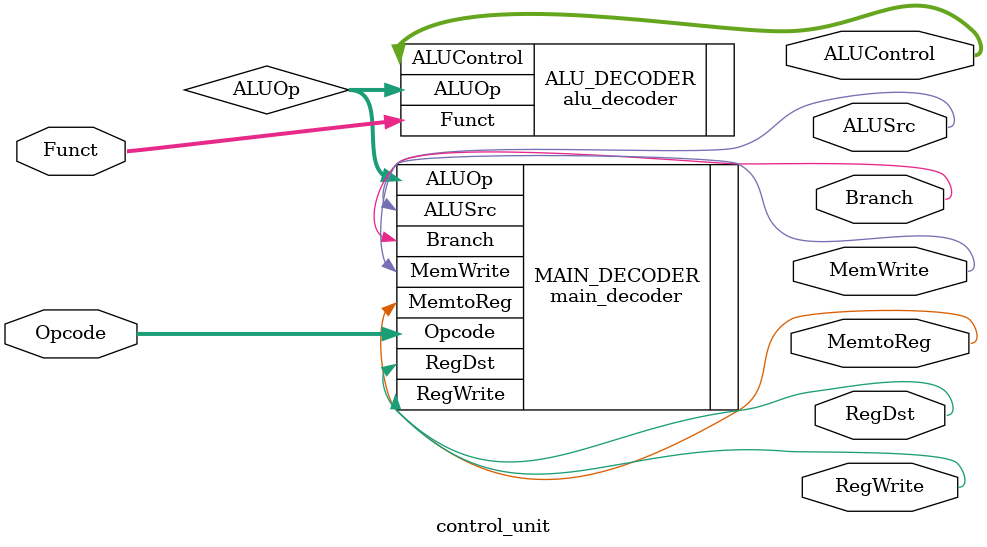
<source format=sv>
module control_unit (
    input [5:0] Opcode,
    input [5:0] Funct,
    output MemtoReg,
    MemWrite,
    Branch,
    ALUSrc,
    RegDst,
    RegWrite,
    output [2:0] ALUControl
);
  wire [1:0] ALUOp;
  main_decoder MAIN_DECODER (
      .Opcode(Opcode),
      .MemtoReg(MemtoReg),
      .MemWrite(MemWrite),
      .Branch(Branch),
      .ALUSrc(ALUSrc),
      .RegDst(RegDst),
      .RegWrite(RegWrite),
      .ALUOp(ALUOp)
  );

  alu_decoder ALU_DECODER (
      .Funct(Funct),
      .ALUOp(ALUOp),
      .ALUControl(ALUControl)
  );
endmodule

</source>
